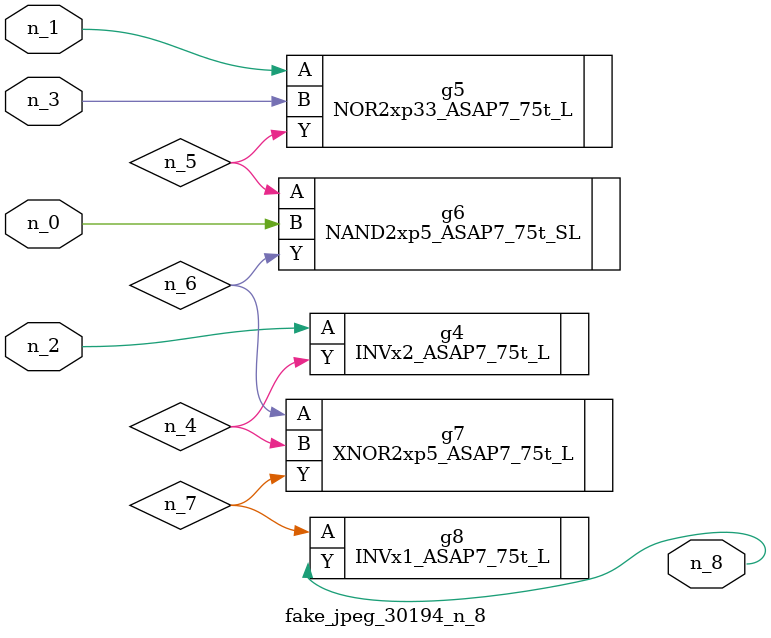
<source format=v>
module fake_jpeg_30194_n_8 (n_0, n_3, n_2, n_1, n_8);

input n_0;
input n_3;
input n_2;
input n_1;

output n_8;

wire n_4;
wire n_6;
wire n_5;
wire n_7;

INVx2_ASAP7_75t_L g4 ( 
.A(n_2),
.Y(n_4)
);

NOR2xp33_ASAP7_75t_L g5 ( 
.A(n_1),
.B(n_3),
.Y(n_5)
);

NAND2xp5_ASAP7_75t_SL g6 ( 
.A(n_5),
.B(n_0),
.Y(n_6)
);

XNOR2xp5_ASAP7_75t_L g7 ( 
.A(n_6),
.B(n_4),
.Y(n_7)
);

INVx1_ASAP7_75t_L g8 ( 
.A(n_7),
.Y(n_8)
);


endmodule
</source>
